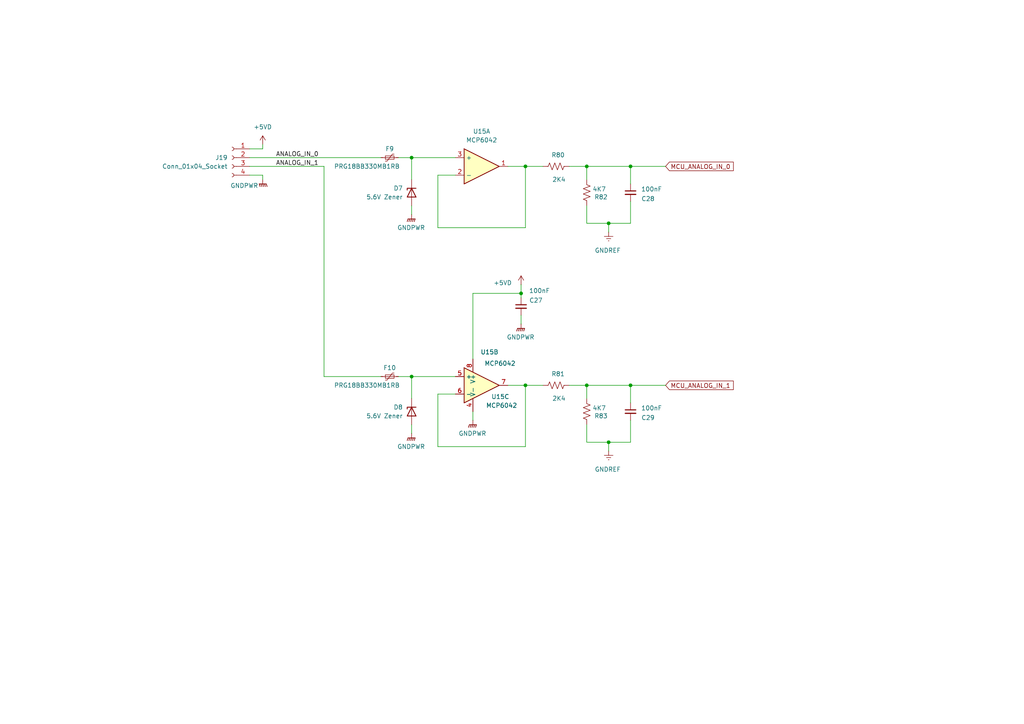
<source format=kicad_sch>
(kicad_sch (version 20250114) (generator "eeschema") (generator_version "9.0")
  (paper "A4")
  (lib_symbols
    (symbol "Connector:Conn_01x04_Socket" (pin_names (offset 1.016) (hide yes))
      (property "Reference" "J" (at 0 5.08 0))
      (property "Value" "Conn_01x04_Socket" (at 0 -7.62 0))
      (symbol "Conn_01x04_Socket_1_1"
        (polyline (pts (xy -1.27 2.54) (xy -0.508 2.54)) (stroke (width 0.1524)))
        (polyline (pts (xy -1.27 0) (xy -0.508 0)) (stroke (width 0.1524)))
        (polyline (pts (xy -1.27 -2.54) (xy -0.508 -2.54)) (stroke (width 0.1524)))
        (polyline (pts (xy -1.27 -5.08) (xy -0.508 -5.08)) (stroke (width 0.1524)))
        (arc (start 0 2.032) (mid -0.5058 2.54) (end 0 3.048) (stroke (width 0.1524)))
        (arc (start 0 -0.508) (mid -0.5058 0) (end 0 0.508) (stroke (width 0.1524)))
        (arc (start 0 -3.048) (mid -0.5058 -2.54) (end 0 -2.032) (stroke (width 0.1524)))
        (arc (start 0 -5.588) (mid -0.5058 -5.08) (end 0 -4.572) (stroke (width 0.1524)))
        (pin passive line (at -5.08 2.54 0) (length 3.81) (name "Pin_1") (number "1"))
        (pin passive line (at -5.08 0 0) (length 3.81) (name "Pin_2") (number "2"))
        (pin passive line (at -5.08 -2.54 0) (length 3.81) (name "Pin_3") (number "3"))
        (pin passive line (at -5.08 -5.08 0) (length 3.81) (name "Pin_4") (number "4"))
      )
    )
    (symbol "Device:C_Small" (pin_numbers (hide yes)) (pin_names (offset 0.254) (hide yes))
      (property "Reference" "C" (at 0.254 1.778 0))
      (property "Value" "C_Small" (at 0.254 -2.032 0))
      (symbol "C_Small_0_1"
        (polyline (pts (xy -1.524 0.508) (xy 1.524 0.508)) (stroke (width 0.3048)))
        (polyline (pts (xy -1.524 -0.508) (xy 1.524 -0.508)) (stroke (width 0.3302)))
      )
      (symbol "C_Small_1_1"
        (pin passive line (at 0 2.54 270) (length 2.032) (name "~") (number "1"))
        (pin passive line (at 0 -2.54 90) (length 2.032) (name "~") (number "2"))
      )
    )
    (symbol "Device:Opamp_Dual"
      (property "Reference" "U" (at 0 5.08 0))
      (property "Value" "Opamp_Dual" (at 0 -5.08 0))
      (symbol "Opamp_Dual_1_1"
        (polyline (pts (xy -5.08 5.08) (xy 5.08 0) (xy -5.08 -5.08) (xy -5.08 5.08)) (stroke (width 0.254)) (fill (type background)))
        (pin input line (at -7.62 2.54 0) (length 2.54) (name "+") (number "3"))
        (pin input line (at -7.62 -2.54 0) (length 2.54) (name "-") (number "2"))
        (pin output line (at 7.62 0 180) (length 2.54) (name "~") (number "1"))
      )
      (symbol "Opamp_Dual_2_1"
        (polyline (pts (xy -5.08 5.08) (xy 5.08 0) (xy -5.08 -5.08) (xy -5.08 5.08)) (stroke (width 0.254)) (fill (type background)))
        (pin input line (at -7.62 2.54 0) (length 2.54) (name "+") (number "5"))
        (pin input line (at -7.62 -2.54 0) (length 2.54) (name "-") (number "6"))
        (pin output line (at 7.62 0 180) (length 2.54) (name "~") (number "7"))
      )
      (symbol "Opamp_Dual_3_1"
        (pin power_in line (at -2.54 7.62 270) (length 3.81) (name "V+") (number "8"))
        (pin power_in line (at -2.54 -7.62 90) (length 3.81) (name "V-") (number "4"))
      )
    )
    (symbol "Device:Polyfuse_Small" (pin_numbers (hide yes)) (pin_names (offset 0))
      (property "Reference" "F" (at -1.905 0 90))
      (property "Value" "Polyfuse_Small" (at 1.905 0 90))
      (symbol "Polyfuse_Small_0_1"
        (polyline (pts (xy -1.016 1.27) (xy -1.016 0.762) (xy 1.016 -0.762) (xy 1.016 -1.27)))
        (rectangle (start -0.508 1.27) (end 0.508 -1.27))
        (polyline (pts (xy 0 2.54) (xy 0 -2.54)))
      )
      (symbol "Polyfuse_Small_1_1"
        (pin passive line (at 0 2.54 270) (length 0.635) (name "~") (number "1"))
        (pin passive line (at 0 -2.54 90) (length 0.635) (name "~") (number "2"))
      )
    )
    (symbol "Device:R_US" (pin_numbers (hide yes)) (pin_names (offset 0))
      (property "Reference" "R" (at 2.54 0 90))
      (property "Value" "R_US" (at -2.54 0 90))
      (symbol "R_US_0_1"
        (polyline (pts (xy 0 2.286) (xy 0 2.54)))
        (polyline (pts (xy 0 2.286) (xy 1.016 1.905) (xy 0 1.524) (xy -1.016 1.143) (xy 0 0.762)))
        (polyline (pts (xy 0 0.762) (xy 1.016 0.381) (xy 0 0) (xy -1.016 -0.381) (xy 0 -0.762)))
        (polyline (pts (xy 0 -0.762) (xy 1.016 -1.143) (xy 0 -1.524) (xy -1.016 -1.905) (xy 0 -2.286)))
        (polyline (pts (xy 0 -2.286) (xy 0 -2.54)))
      )
      (symbol "R_US_1_1"
        (pin passive line (at 0 3.81 270) (length 1.27) (name "~") (number "1"))
        (pin passive line (at 0 -3.81 90) (length 1.27) (name "~") (number "2"))
      )
    )
    (symbol "Diode:BZX84Cxx" (pin_numbers (hide yes)) (pin_names (hide yes))
      (property "Reference" "D" (at 0 3.81 0))
      (property "Value" "BZX84Cxx" (at 0 -3.81 0))
      (symbol "BZX84Cxx_0_1"
        (polyline (pts (xy -1.27 -1.27) (xy -1.27 1.27) (xy -0.762 1.27)) (stroke (width 0.254)))
        (polyline (pts (xy 1.27 0) (xy -1.27 0)))
        (polyline (pts (xy 1.27 -1.27) (xy 1.27 1.27) (xy -1.27 0) (xy 1.27 -1.27)) (stroke (width 0.254)))
      )
      (symbol "BZX84Cxx_1_1"
        (pin passive line (at -3.81 0 0) (length 2.54) (name "K") (number "3"))
        (pin no_connect line (at 1.27 0 180) (length 2.54) (hide yes) (name "NC") (number "2"))
        (pin passive line (at 3.81 0 180) (length 2.54) (name "A") (number "1"))
      )
    )
    (symbol "power:+5VD" (power) (pin_numbers (hide yes)) (pin_names (offset 0) (hide yes))
      (property "Value" "+5VD" (at 0 3.556 0))
      (symbol "+5VD_0_1"
        (polyline (pts (xy -0.762 1.27) (xy 0 2.54)))
        (polyline (pts (xy 0 2.54) (xy 0.762 1.27)))
        (polyline (pts (xy 0 0) (xy 0 2.54)))
      )
      (symbol "+5VD_1_1"
        (pin power_in line (at 0 0 90) (length 0) (name "~") (number "1"))
      )
    )
    (symbol "power:GNDPWR" (power) (pin_numbers (hide yes)) (pin_names (offset 0) (hide yes))
      (property "Value" "GNDPWR" (at 0 -3.302 0))
      (symbol "GNDPWR_0_1"
        (polyline (pts (xy -1.016 -1.27) (xy -1.27 -2.032) (xy -1.27 -2.032)) (stroke (width 0.2032)))
        (polyline (pts (xy -0.508 -1.27) (xy -0.762 -2.032) (xy -0.762 -2.032)) (stroke (width 0.2032)))
        (polyline (pts (xy 0 -1.27) (xy 0 0)))
        (polyline (pts (xy 0 -1.27) (xy -0.254 -2.032) (xy -0.254 -2.032)) (stroke (width 0.2032)))
        (polyline (pts (xy 0.508 -1.27) (xy 0.254 -2.032) (xy 0.254 -2.032)) (stroke (width 0.2032)))
        (polyline (pts (xy 1.016 -1.27) (xy -1.016 -1.27) (xy -1.016 -1.27)) (stroke (width 0.2032)))
        (polyline (pts (xy 1.016 -1.27) (xy 0.762 -2.032) (xy 0.762 -2.032) (xy 0.762 -2.032)) (stroke (width 0.2032)))
      )
      (symbol "GNDPWR_1_1"
        (pin power_in line (at 0 0 270) (length 0) (name "~") (number "1"))
      )
    )
    (symbol "power:GNDREF" (power) (pin_numbers (hide yes)) (pin_names (offset 0) (hide yes))
      (property "Value" "GNDREF" (at 0 -3.81 0))
      (symbol "GNDREF_0_1"
        (polyline (pts (xy -0.635 -1.905) (xy 0.635 -1.905)))
        (polyline (pts (xy -0.127 -2.54) (xy 0.127 -2.54)))
        (polyline (pts (xy 0 -1.27) (xy 0 0)))
        (polyline (pts (xy 1.27 -1.27) (xy -1.27 -1.27)))
      )
      (symbol "GNDREF_1_1"
        (pin power_in line (at 0 0 270) (length 0) (name "~") (number "1"))
      )
    )
  )
  (junction (at 176.53 128.27))
  (junction (at 119.38 45.72))
  (junction (at 182.88 111.76))
  (junction (at 170.18 48.26))
  (junction (at 152.4 111.76))
  (junction (at 152.4 48.26))
  (junction (at 176.53 64.77))
  (junction (at 119.38 109.22))
  (junction (at 170.18 111.76))
  (junction (at 151.13 85.09))
  (junction (at 182.88 48.26))
  (wire (pts (xy 72.39 45.72) (xy 110.49 45.72)))
  (wire (pts (xy 147.32 48.26) (xy 152.4 48.26)))
  (wire (pts (xy 119.38 109.22) (xy 119.38 115.57)))
  (wire (pts (xy 137.16 85.09) (xy 137.16 104.14)))
  (wire (pts (xy 170.18 111.76) (xy 170.18 115.57)))
  (wire (pts (xy 152.4 48.26) (xy 152.4 66.04)))
  (wire (pts (xy 170.18 123.19) (xy 170.18 128.27)))
  (wire (pts (xy 151.13 91.44) (xy 151.13 93.98)))
  (wire (pts (xy 165.1 111.76) (xy 170.18 111.76)))
  (wire (pts (xy 76.2 50.8) (xy 72.39 50.8)))
  (wire (pts (xy 119.38 45.72) (xy 132.08 45.72)))
  (wire (pts (xy 176.53 64.77) (xy 176.53 67.31)))
  (wire (pts (xy 127 114.3) (xy 127 129.54)))
  (wire (pts (xy 176.53 128.27) (xy 176.53 130.81)))
  (wire (pts (xy 170.18 111.76) (xy 182.88 111.76)))
  (wire (pts (xy 119.38 109.22) (xy 132.08 109.22)))
  (wire (pts (xy 147.32 111.76) (xy 152.4 111.76)))
  (wire (pts (xy 76.2 41.91) (xy 76.2 43.18)))
  (wire (pts (xy 170.18 48.26) (xy 182.88 48.26)))
  (wire (pts (xy 72.39 48.26) (xy 93.98 48.26)))
  (wire (pts (xy 127 66.04) (xy 152.4 66.04)))
  (wire (pts (xy 182.88 48.26) (xy 193.04 48.26)))
  (wire (pts (xy 182.88 111.76) (xy 193.04 111.76)))
  (wire (pts (xy 182.88 58.42) (xy 182.88 64.77)))
  (wire (pts (xy 127 50.8) (xy 132.08 50.8)))
  (wire (pts (xy 137.16 119.38) (xy 137.16 121.92)))
  (wire (pts (xy 151.13 82.55) (xy 151.13 85.09)))
  (wire (pts (xy 119.38 45.72) (xy 119.38 52.07)))
  (wire (pts (xy 182.88 111.76) (xy 182.88 116.84)))
  (wire (pts (xy 119.38 123.19) (xy 119.38 125.73)))
  (wire (pts (xy 152.4 111.76) (xy 157.48 111.76)))
  (wire (pts (xy 137.16 85.09) (xy 151.13 85.09)))
  (wire (pts (xy 152.4 111.76) (xy 152.4 129.54)))
  (wire (pts (xy 93.98 48.26) (xy 93.98 109.22)))
  (wire (pts (xy 170.18 64.77) (xy 176.53 64.77)))
  (wire (pts (xy 165.1 48.26) (xy 170.18 48.26)))
  (wire (pts (xy 127 50.8) (xy 127 66.04)))
  (wire (pts (xy 115.57 45.72) (xy 119.38 45.72)))
  (wire (pts (xy 182.88 121.92) (xy 182.88 128.27)))
  (wire (pts (xy 170.18 48.26) (xy 170.18 52.07)))
  (wire (pts (xy 170.18 128.27) (xy 176.53 128.27)))
  (wire (pts (xy 115.57 109.22) (xy 119.38 109.22)))
  (wire (pts (xy 127 114.3) (xy 132.08 114.3)))
  (wire (pts (xy 76.2 50.8) (xy 76.2 52.07)))
  (wire (pts (xy 182.88 48.26) (xy 182.88 53.34)))
  (wire (pts (xy 127 129.54) (xy 152.4 129.54)))
  (wire (pts (xy 152.4 48.26) (xy 157.48 48.26)))
  (wire (pts (xy 170.18 59.69) (xy 170.18 64.77)))
  (wire (pts (xy 151.13 85.09) (xy 151.13 86.36)))
  (wire (pts (xy 76.2 43.18) (xy 72.39 43.18)))
  (wire (pts (xy 176.53 64.77) (xy 182.88 64.77)))
  (wire (pts (xy 93.98 109.22) (xy 110.49 109.22)))
  (wire (pts (xy 176.53 128.27) (xy 182.88 128.27)))
  (wire (pts (xy 119.38 59.69) (xy 119.38 62.23)))
  (label "ANALOG_IN_1" (at 80.01 48.26 0))
  (label "ANALOG_IN_0" (at 80.01 45.72 0))
  (global_label "MCU_ANALOG_IN_1" (shape input) (at 193.04 111.76 0) (property "Intersheetrefs" "${INTERSHEET_REFS}" (effects (hide yes))))
  (global_label "MCU_ANALOG_IN_0" (shape input) (at 193.04 48.26 0) (property "Intersheetrefs" "${INTERSHEET_REFS}" (effects (hide yes))))
  (symbol (lib_id "power:+5VD") (at 151.13 82.55 0) (unit 1)
    (property "Reference" "#PWR0195" (effects (hide yes)))
    (property "Value" "+5VD" (at 145.796 82.042 0))
    (property "Description" "Power symbol creates a global label with name \"+5VD\"" (effects (hide yes)))
  )
  (symbol (lib_id "Device:R_US") (at 161.29 48.26 90) (unit 1)
    (property "Reference" "R80" (at 163.83 44.958 90) (effects (justify left)))
    (property "Value" "2K4" (at 164.084 52.07 90) (effects (justify left)))
    (property "Footprint" "Resistor_SMD:R_1206_3216Metric_Pad1.30x1.75mm_HandSolder" (effects (hide yes)))
    (property "Description" "Resistor, US symbol" (effects (hide yes)))
    (property "Digikey Part Number" "RMCF1206JT2K40CT-ND" (effects (hide yes)))
    (property "Digikey URL" "https://www.digikey.com.au/en/products/detail/stackpole-electronics-inc/RMCF1206JT2K40/1757490" (effects (hide yes)))
  )
  (symbol (lib_id "Device:Opamp_Dual") (at 139.7 111.76 0) (unit 3)
    (property "Reference" "U15" (at 142.494 115.062 0) (effects (justify left)))
    (property "Value" "MCP6042" (at 140.97 117.602 0) (effects (justify left)))
    (property "Footprint" "Package_SO:SOIC-8_3.9x4.9mm_P1.27mm" (effects (hide yes)))
    (property "Description" "Dual operational amplifier" (effects (hide yes)))
    (property "Sim.Library" "${KICAD9_SYMBOL_DIR}/Simulation_SPICE.sp" (effects (hide yes)))
    (property "Sim.Name" "kicad_builtin_opamp_dual" (effects (hide yes)))
    (property "Sim.Device" "SUBCKT" (effects (hide yes)))
    (property "Sim.Pins" "1=out1 2=in1- 3=in1+ 4=vee 5=in2+ 6=in2- 7=out2 8=vcc" (effects (hide yes)))
    (property "Digikey Part Number" "150-MCP6042T-E/MSVAOCT-ND" (effects (hide yes)))
    (property "Digikey URL" "https://www.digikey.com/en/products/detail/microchip-technology/mcp6042t-e-snvao/9993094" (effects (hide yes)))
  )
  (symbol (lib_id "Device:C_Small") (at 151.13 88.9 0) (unit 1)
    (property "Reference" "C27" (at 155.448 87.122 0))
    (property "Value" "100nF" (at 156.464 84.328 0))
    (property "Footprint" "Capacitor_SMD:C_1206_3216Metric_Pad1.33x1.80mm_HandSolder" (effects (hide yes)))
    (property "Description" "Unpolarized capacitor, small symbol" (effects (hide yes)))
    (property "Digikey Part Number" "399-C1206C104K5RACTUCT-ND " (effects (hide yes)))
    (property "Digikey URL" "https://www.digikey.com.au/en/products/detail/kemet/C1206C104K5RACTU/411248 " (effects (hide yes)))
  )
  (symbol (lib_id "Device:R_US") (at 170.18 119.38 180) (unit 1)
    (property "Reference" "R83" (at 176.276 120.65 0) (effects (justify left)))
    (property "Value" "4K7" (at 175.768 118.364 0) (effects (justify left)))
    (property "Footprint" "Resistor_SMD:R_1206_3216Metric_Pad1.30x1.75mm_HandSolder" (effects (hide yes)))
    (property "Description" "Resistor, US symbol" (effects (hide yes)))
    (property "Digikey Part Number" "311-4.70KFRCT-ND " (effects (hide yes)))
    (property "Digikey URL" "https://www.digikey.com.au/en/products/detail/yageo/RC1206FR-074K7L/728887 " (effects (hide yes)))
  )
  (symbol (lib_id "Diode:BZX84Cxx") (at 119.38 55.88 90) (mirror x) (unit 1)
    (property "Reference" "D7" (at 116.84 54.6099 90) (effects (justify left)))
    (property "Value" "5.6V Zener" (at 116.84 57.1499 90) (effects (justify left)))
    (property "Footprint" "Package_TO_SOT_SMD:SOT-23" (effects (hide yes)))
    (property "Datasheet" "https://diotec.com/tl_files/diotec/files/pdf/datasheets/bzx84c2v4.pdf" (effects (hide yes)))
    (property "Description" "300mW Zener Diode, SOT-23" (effects (hide yes)))
    (property "Digikey Part Number" "SZMMBZ5232BLT1GOSCT-ND" (effects (hide yes)))
    (property "Digikey URL" "https://www.digikey.com.au/en/products/detail/onsemi/SZMMBZ5232BLT1G/3063226" (effects (hide yes)))
  )
  (symbol (lib_id "power:GNDPWR") (at 119.38 62.23 0) (unit 1)
    (property "Reference" "#PWR0192" (effects (hide yes)))
    (property "Value" "GNDPWR" (at 119.253 66.04 0))
    (property "Description" "Power symbol creates a global label with name \"GNDPWR\" , global ground" (effects (hide yes)))
  )
  (symbol (lib_id "Diode:BZX84Cxx") (at 119.38 119.38 90) (mirror x) (unit 1)
    (property "Reference" "D8" (at 116.84 118.1099 90) (effects (justify left)))
    (property "Value" "5.6V Zener" (at 116.84 120.6499 90) (effects (justify left)))
    (property "Footprint" "Package_TO_SOT_SMD:SOT-23" (effects (hide yes)))
    (property "Datasheet" "https://diotec.com/tl_files/diotec/files/pdf/datasheets/bzx84c2v4.pdf" (effects (hide yes)))
    (property "Description" "300mW Zener Diode, SOT-23" (effects (hide yes)))
    (property "Digikey Part Number" "SZMMBZ5232BLT1GOSCT-ND" (effects (hide yes)))
    (property "Digikey URL" "https://www.digikey.com.au/en/products/detail/onsemi/SZMMBZ5232BLT1G/3063226" (effects (hide yes)))
  )
  (symbol (lib_id "Device:Polyfuse_Small") (at 113.03 45.72 90) (unit 1)
    (property "Reference" "F9" (at 113.03 43.18 90))
    (property "Value" "PRG18BB330MB1RB" (at 106.426 48.26 90))
    (property "Footprint" "Fuse:Fuse_0603_1608Metric_Pad1.05x0.95mm_HandSolder" (effects (hide yes)))
    (property "Description" "Resettable fuse, polymeric positive temperature coefficient, small symbol" (effects (hide yes)))
    (property "Digikey Part Number" "490-2471-1-ND" (effects (hide yes)))
    (property "Digikey URL" "https://www.digikey.com.au/en/products/detail/murata-electronics/PRG18BB330MB1RB/588492" (effects (hide yes)))
  )
  (symbol (lib_id "power:GNDPWR") (at 119.38 125.73 0) (unit 1)
    (property "Reference" "#PWR0193" (effects (hide yes)))
    (property "Value" "GNDPWR" (at 119.253 129.54 0))
    (property "Description" "Power symbol creates a global label with name \"GNDPWR\" , global ground" (effects (hide yes)))
  )
  (symbol (lib_id "power:GNDPWR") (at 137.16 121.92 0) (unit 1)
    (property "Reference" "#PWR0194" (effects (hide yes)))
    (property "Value" "GNDPWR" (at 137.033 125.73 0))
    (property "Description" "Power symbol creates a global label with name \"GNDPWR\" , global ground" (effects (hide yes)))
  )
  (symbol (lib_id "Device:Polyfuse_Small") (at 113.03 109.22 90) (unit 1)
    (property "Reference" "F10" (at 113.03 106.68 90))
    (property "Value" "PRG18BB330MB1RB" (at 106.426 111.76 90))
    (property "Footprint" "Fuse:Fuse_0603_1608Metric_Pad1.05x0.95mm_HandSolder" (effects (hide yes)))
    (property "Description" "Resettable fuse, polymeric positive temperature coefficient, small symbol" (effects (hide yes)))
    (property "Digikey Part Number" "490-2471-1-ND" (effects (hide yes)))
    (property "Digikey URL" "https://www.digikey.com.au/en/products/detail/murata-electronics/PRG18BB330MB1RB/588492" (effects (hide yes)))
  )
  (symbol (lib_id "Device:C_Small") (at 182.88 55.88 0) (unit 1)
    (property "Reference" "C28" (at 187.96 57.658 0))
    (property "Value" "100nF" (at 188.976 54.864 0))
    (property "Footprint" "Capacitor_SMD:C_1206_3216Metric_Pad1.33x1.80mm_HandSolder" (effects (hide yes)))
    (property "Description" "Unpolarized capacitor, small symbol" (effects (hide yes)))
    (property "Digikey Part Number" "399-C1206C104K5RACTUCT-ND " (effects (hide yes)))
    (property "Digikey URL" "https://www.digikey.com.au/en/products/detail/kemet/C1206C104K5RACTU/411248 " (effects (hide yes)))
  )
  (symbol (lib_id "Device:Opamp_Dual") (at 139.7 111.76 0) (unit 2)
    (property "Reference" "U15" (at 141.986 102.108 0))
    (property "Value" "MCP6042" (at 145.034 105.41 0))
    (property "Footprint" "Package_SO:SOIC-8_3.9x4.9mm_P1.27mm" (effects (hide yes)))
    (property "Description" "Dual operational amplifier" (effects (hide yes)))
    (property "Sim.Library" "${KICAD9_SYMBOL_DIR}/Simulation_SPICE.sp" (effects (hide yes)))
    (property "Sim.Name" "kicad_builtin_opamp_dual" (effects (hide yes)))
    (property "Sim.Device" "SUBCKT" (effects (hide yes)))
    (property "Sim.Pins" "1=out1 2=in1- 3=in1+ 4=vee 5=in2+ 6=in2- 7=out2 8=vcc" (effects (hide yes)))
    (property "Digikey Part Number" "150-MCP6042T-E/MSVAOCT-ND" (effects (hide yes)))
    (property "Digikey URL" "https://www.digikey.com/en/products/detail/microchip-technology/mcp6042t-e-snvao/9993094" (effects (hide yes)))
  )
  (symbol (lib_id "Connector:Conn_01x04_Socket") (at 67.31 45.72 0) (mirror y) (unit 1)
    (property "Reference" "J19" (at 66.04 45.7199 0) (effects (justify left)))
    (property "Value" "Conn_01x04_Socket" (at 66.04 48.2599 0) (effects (justify left)))
    (property "Footprint" "Amphenol QT:QT04ADP83V0000G" (effects (hide yes)))
    (property "Description" "Generic connector, single row, 01x04, script generated" (effects (hide yes)))
    (property "Digikey Part Number" "1818-QT04ADP83V0000G-ND" (effects (hide yes)))
    (property "Digikey URL" "https://www.digikey.com.au/en/products/detail/amphenol-anytek/QT04ADP83V0000G/25618782" (effects (hide yes)))
  )
  (symbol (lib_id "Device:Opamp_Dual") (at 139.7 48.26 0) (unit 1)
    (property "Reference" "U15" (at 139.7 38.1 0))
    (property "Value" "MCP6042" (at 139.7 40.64 0))
    (property "Footprint" "Package_SO:SOIC-8_3.9x4.9mm_P1.27mm" (effects (hide yes)))
    (property "Description" "Dual operational amplifier" (effects (hide yes)))
    (property "Sim.Library" "${KICAD9_SYMBOL_DIR}/Simulation_SPICE.sp" (effects (hide yes)))
    (property "Sim.Name" "kicad_builtin_opamp_dual" (effects (hide yes)))
    (property "Sim.Device" "SUBCKT" (effects (hide yes)))
    (property "Sim.Pins" "1=out1 2=in1- 3=in1+ 4=vee 5=in2+ 6=in2- 7=out2 8=vcc" (effects (hide yes)))
    (property "Digikey Part Number" "150-MCP6042T-E/MSVAOCT-ND" (effects (hide yes)))
    (property "Digikey URL" "https://www.digikey.com/en/products/detail/microchip-technology/mcp6042t-e-snvao/9993094" (effects (hide yes)))
  )
  (symbol (lib_id "Device:C_Small") (at 182.88 119.38 0) (unit 1)
    (property "Reference" "C29" (at 187.96 121.158 0))
    (property "Value" "100nF" (at 188.976 118.364 0))
    (property "Footprint" "Capacitor_SMD:C_1206_3216Metric_Pad1.33x1.80mm_HandSolder" (effects (hide yes)))
    (property "Description" "Unpolarized capacitor, small symbol" (effects (hide yes)))
    (property "Digikey Part Number" "399-C1206C104K5RACTUCT-ND " (effects (hide yes)))
    (property "Digikey URL" "https://www.digikey.com.au/en/products/detail/kemet/C1206C104K5RACTU/411248 " (effects (hide yes)))
  )
  (symbol (lib_id "power:GNDREF") (at 176.53 130.81 0) (unit 1) (on_board no)
    (property "Reference" "#PWR0198" (effects (hide yes)))
    (property "Value" "GNDREF" (at 176.276 136.144 0))
    (property "Description" "Power symbol creates a global label with name \"GNDREF\" , reference supply ground" (effects (hide yes)))
  )
  (symbol (lib_id "power:GNDPWR") (at 151.13 93.98 0) (unit 1)
    (property "Reference" "#PWR0196" (effects (hide yes)))
    (property "Value" "GNDPWR" (at 151.003 97.79 0))
    (property "Description" "Power symbol creates a global label with name \"GNDPWR\" , global ground" (effects (hide yes)))
  )
  (symbol (lib_id "Device:R_US") (at 170.18 55.88 180) (unit 1)
    (property "Reference" "R82" (at 176.276 57.15 0) (effects (justify left)))
    (property "Value" "4K7" (at 175.768 54.864 0) (effects (justify left)))
    (property "Footprint" "Resistor_SMD:R_1206_3216Metric_Pad1.30x1.75mm_HandSolder" (effects (hide yes)))
    (property "Description" "Resistor, US symbol" (effects (hide yes)))
    (property "Digikey Part Number" "311-4.70KFRCT-ND " (effects (hide yes)))
    (property "Digikey URL" "https://www.digikey.com.au/en/products/detail/yageo/RC1206FR-074K7L/728887 " (effects (hide yes)))
  )
  (symbol (lib_id "power:+5VD") (at 76.2 41.91 0) (mirror y) (unit 1)
    (property "Reference" "#PWR0190" (effects (hide yes)))
    (property "Value" "+5VD" (at 76.2 36.83 0))
    (property "Description" "Power symbol creates a global label with name \"+5VD\"" (effects (hide yes)))
  )
  (symbol (lib_id "power:GNDREF") (at 176.53 67.31 0) (unit 1) (on_board no)
    (property "Reference" "#PWR0197" (effects (hide yes)))
    (property "Value" "GNDREF" (at 176.276 72.644 0))
    (property "Description" "Power symbol creates a global label with name \"GNDREF\" , reference supply ground" (effects (hide yes)))
  )
  (symbol (lib_id "power:GNDPWR") (at 76.2 52.07 0) (mirror y) (unit 1) (on_board no)
    (property "Reference" "#PWR0191" (effects (hide yes)))
    (property "Value" "GNDPWR" (at 70.866 53.848 0))
    (property "Description" "Power symbol creates a global label with name \"GNDPWR\" , global ground" (effects (hide yes)))
  )
  (symbol (lib_id "Device:R_US") (at 161.29 111.76 90) (unit 1)
    (property "Reference" "R81" (at 163.83 108.458 90) (effects (justify left)))
    (property "Value" "2K4" (at 164.084 115.57 90) (effects (justify left)))
    (property "Footprint" "Resistor_SMD:R_1206_3216Metric_Pad1.30x1.75mm_HandSolder" (effects (hide yes)))
    (property "Description" "Resistor, US symbol" (effects (hide yes)))
    (property "Digikey Part Number" "RMCF1206JT2K40CT-ND" (effects (hide yes)))
    (property "Digikey URL" "https://www.digikey.com.au/en/products/detail/stackpole-electronics-inc/RMCF1206JT2K40/1757490" (effects (hide yes)))
  )
)
</source>
